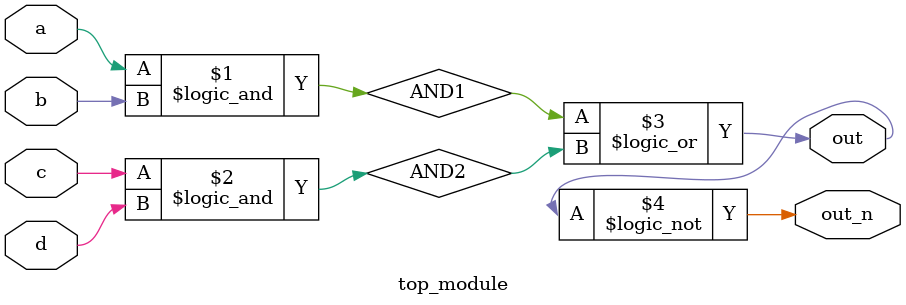
<source format=v>
module top_module(
    input a,
    input b,
    input c,
    input d,
    output out,
    output out_n   ); 
    wire AND1, AND2;
    assign AND1 = a && b;
    assign AND2 = c && d;
    assign out = AND1 || AND2;
    assign out_n = !out;
    

endmodule
</source>
